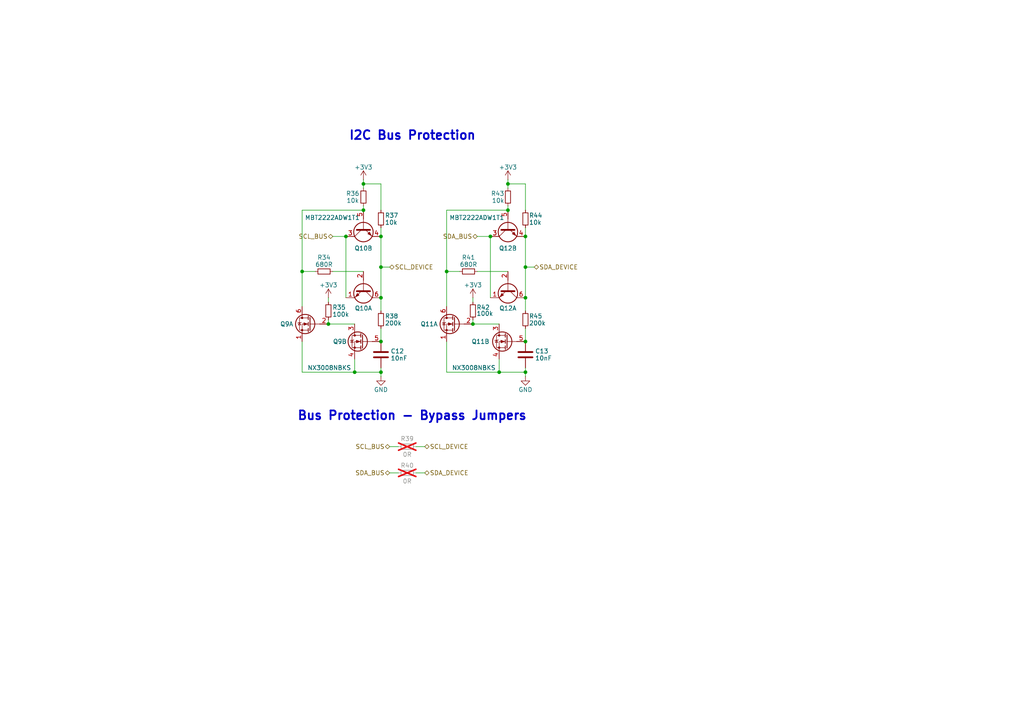
<source format=kicad_sch>
(kicad_sch
	(version 20231120)
	(generator "eeschema")
	(generator_version "8.0")
	(uuid "a609bc89-3a7a-4974-9ae1-32edff8bbf05")
	(paper "A4")
	(lib_symbols
		(symbol "Device:C"
			(pin_numbers hide)
			(pin_names
				(offset 0.254)
			)
			(exclude_from_sim no)
			(in_bom yes)
			(on_board yes)
			(property "Reference" "C"
				(at 0.635 2.54 0)
				(effects
					(font
						(size 1.27 1.27)
					)
					(justify left)
				)
			)
			(property "Value" "C"
				(at 0.635 -2.54 0)
				(effects
					(font
						(size 1.27 1.27)
					)
					(justify left)
				)
			)
			(property "Footprint" ""
				(at 0.9652 -3.81 0)
				(effects
					(font
						(size 1.27 1.27)
					)
					(hide yes)
				)
			)
			(property "Datasheet" "~"
				(at 0 0 0)
				(effects
					(font
						(size 1.27 1.27)
					)
					(hide yes)
				)
			)
			(property "Description" "Unpolarized capacitor"
				(at 0 0 0)
				(effects
					(font
						(size 1.27 1.27)
					)
					(hide yes)
				)
			)
			(property "ki_keywords" "cap capacitor"
				(at 0 0 0)
				(effects
					(font
						(size 1.27 1.27)
					)
					(hide yes)
				)
			)
			(property "ki_fp_filters" "C_*"
				(at 0 0 0)
				(effects
					(font
						(size 1.27 1.27)
					)
					(hide yes)
				)
			)
			(symbol "C_0_1"
				(polyline
					(pts
						(xy -2.032 -0.762) (xy 2.032 -0.762)
					)
					(stroke
						(width 0.508)
						(type default)
					)
					(fill
						(type none)
					)
				)
				(polyline
					(pts
						(xy -2.032 0.762) (xy 2.032 0.762)
					)
					(stroke
						(width 0.508)
						(type default)
					)
					(fill
						(type none)
					)
				)
			)
			(symbol "C_1_1"
				(pin passive line
					(at 0 3.81 270)
					(length 2.794)
					(name "~"
						(effects
							(font
								(size 1.27 1.27)
							)
						)
					)
					(number "1"
						(effects
							(font
								(size 1.27 1.27)
							)
						)
					)
				)
				(pin passive line
					(at 0 -3.81 90)
					(length 2.794)
					(name "~"
						(effects
							(font
								(size 1.27 1.27)
							)
						)
					)
					(number "2"
						(effects
							(font
								(size 1.27 1.27)
							)
						)
					)
				)
			)
		)
		(symbol "Device:Q_Dual_NMOS_S1G1D2S2G2D1"
			(pin_names
				(offset 0) hide)
			(exclude_from_sim no)
			(in_bom yes)
			(on_board yes)
			(property "Reference" "Q"
				(at 6.35 1.27 0)
				(effects
					(font
						(size 1.27 1.27)
					)
				)
			)
			(property "Value" "Q_Dual_NMOS_S1G1D2S2G2D1"
				(at 19.05 -1.27 0)
				(effects
					(font
						(size 1.27 1.27)
					)
				)
			)
			(property "Footprint" ""
				(at 5.08 0 0)
				(effects
					(font
						(size 1.27 1.27)
					)
					(hide yes)
				)
			)
			(property "Datasheet" "~"
				(at 5.08 0 0)
				(effects
					(font
						(size 1.27 1.27)
					)
					(hide yes)
				)
			)
			(property "Description" "Dual NMOS transistor, 6 pin package"
				(at 0 0 0)
				(effects
					(font
						(size 1.27 1.27)
					)
					(hide yes)
				)
			)
			(property "ki_keywords" "transistor NMOS N-MOS N-MOSFET"
				(at 0 0 0)
				(effects
					(font
						(size 1.27 1.27)
					)
					(hide yes)
				)
			)
			(property "ki_fp_filters" "TSOP* SC?70* SC?88* SOT?363*"
				(at 0 0 0)
				(effects
					(font
						(size 1.27 1.27)
					)
					(hide yes)
				)
			)
			(symbol "Q_Dual_NMOS_S1G1D2S2G2D1_0_1"
				(polyline
					(pts
						(xy 0.254 0) (xy -2.54 0)
					)
					(stroke
						(width 0)
						(type default)
					)
					(fill
						(type none)
					)
				)
				(polyline
					(pts
						(xy 0.254 1.905) (xy 0.254 -1.905)
					)
					(stroke
						(width 0.254)
						(type default)
					)
					(fill
						(type none)
					)
				)
				(polyline
					(pts
						(xy 0.762 -1.27) (xy 0.762 -2.286)
					)
					(stroke
						(width 0.254)
						(type default)
					)
					(fill
						(type none)
					)
				)
				(polyline
					(pts
						(xy 0.762 0.508) (xy 0.762 -0.508)
					)
					(stroke
						(width 0.254)
						(type default)
					)
					(fill
						(type none)
					)
				)
				(polyline
					(pts
						(xy 0.762 2.286) (xy 0.762 1.27)
					)
					(stroke
						(width 0.254)
						(type default)
					)
					(fill
						(type none)
					)
				)
				(polyline
					(pts
						(xy 2.54 2.54) (xy 2.54 1.778)
					)
					(stroke
						(width 0)
						(type default)
					)
					(fill
						(type none)
					)
				)
				(polyline
					(pts
						(xy 2.54 -2.54) (xy 2.54 0) (xy 0.762 0)
					)
					(stroke
						(width 0)
						(type default)
					)
					(fill
						(type none)
					)
				)
				(polyline
					(pts
						(xy 0.762 -1.778) (xy 3.302 -1.778) (xy 3.302 1.778) (xy 0.762 1.778)
					)
					(stroke
						(width 0)
						(type default)
					)
					(fill
						(type none)
					)
				)
				(polyline
					(pts
						(xy 1.016 0) (xy 2.032 0.381) (xy 2.032 -0.381) (xy 1.016 0)
					)
					(stroke
						(width 0)
						(type default)
					)
					(fill
						(type outline)
					)
				)
				(polyline
					(pts
						(xy 2.794 0.508) (xy 2.921 0.381) (xy 3.683 0.381) (xy 3.81 0.254)
					)
					(stroke
						(width 0)
						(type default)
					)
					(fill
						(type none)
					)
				)
				(polyline
					(pts
						(xy 3.302 0.381) (xy 2.921 -0.254) (xy 3.683 -0.254) (xy 3.302 0.381)
					)
					(stroke
						(width 0)
						(type default)
					)
					(fill
						(type none)
					)
				)
				(circle
					(center 1.651 0)
					(radius 2.794)
					(stroke
						(width 0.254)
						(type default)
					)
					(fill
						(type none)
					)
				)
				(circle
					(center 2.54 -1.778)
					(radius 0.254)
					(stroke
						(width 0)
						(type default)
					)
					(fill
						(type outline)
					)
				)
				(circle
					(center 2.54 1.778)
					(radius 0.254)
					(stroke
						(width 0)
						(type default)
					)
					(fill
						(type outline)
					)
				)
			)
			(symbol "Q_Dual_NMOS_S1G1D2S2G2D1_1_1"
				(pin passive line
					(at 2.54 -5.08 90)
					(length 2.54)
					(name "S"
						(effects
							(font
								(size 1.27 1.27)
							)
						)
					)
					(number "1"
						(effects
							(font
								(size 1.27 1.27)
							)
						)
					)
				)
				(pin input line
					(at -5.08 0 0)
					(length 2.54)
					(name "G"
						(effects
							(font
								(size 1.27 1.27)
							)
						)
					)
					(number "2"
						(effects
							(font
								(size 1.27 1.27)
							)
						)
					)
				)
				(pin passive line
					(at 2.54 5.08 270)
					(length 2.54)
					(name "D"
						(effects
							(font
								(size 1.27 1.27)
							)
						)
					)
					(number "6"
						(effects
							(font
								(size 1.27 1.27)
							)
						)
					)
				)
			)
			(symbol "Q_Dual_NMOS_S1G1D2S2G2D1_2_1"
				(pin passive line
					(at 2.54 5.08 270)
					(length 2.54)
					(name "D"
						(effects
							(font
								(size 1.27 1.27)
							)
						)
					)
					(number "3"
						(effects
							(font
								(size 1.27 1.27)
							)
						)
					)
				)
				(pin passive line
					(at 2.54 -5.08 90)
					(length 2.54)
					(name "S"
						(effects
							(font
								(size 1.27 1.27)
							)
						)
					)
					(number "4"
						(effects
							(font
								(size 1.27 1.27)
							)
						)
					)
				)
				(pin input line
					(at -5.08 0 0)
					(length 2.54)
					(name "G"
						(effects
							(font
								(size 1.27 1.27)
							)
						)
					)
					(number "5"
						(effects
							(font
								(size 1.27 1.27)
							)
						)
					)
				)
			)
		)
		(symbol "Device:R_Small"
			(pin_numbers hide)
			(pin_names
				(offset 0.254) hide)
			(exclude_from_sim no)
			(in_bom yes)
			(on_board yes)
			(property "Reference" "R"
				(at 0.762 0.508 0)
				(effects
					(font
						(size 1.27 1.27)
					)
					(justify left)
				)
			)
			(property "Value" "R_Small"
				(at 0.762 -1.016 0)
				(effects
					(font
						(size 1.27 1.27)
					)
					(justify left)
				)
			)
			(property "Footprint" ""
				(at 0 0 0)
				(effects
					(font
						(size 1.27 1.27)
					)
					(hide yes)
				)
			)
			(property "Datasheet" "~"
				(at 0 0 0)
				(effects
					(font
						(size 1.27 1.27)
					)
					(hide yes)
				)
			)
			(property "Description" "Resistor, small symbol"
				(at 0 0 0)
				(effects
					(font
						(size 1.27 1.27)
					)
					(hide yes)
				)
			)
			(property "ki_keywords" "R resistor"
				(at 0 0 0)
				(effects
					(font
						(size 1.27 1.27)
					)
					(hide yes)
				)
			)
			(property "ki_fp_filters" "R_*"
				(at 0 0 0)
				(effects
					(font
						(size 1.27 1.27)
					)
					(hide yes)
				)
			)
			(symbol "R_Small_0_1"
				(rectangle
					(start -0.762 1.778)
					(end 0.762 -1.778)
					(stroke
						(width 0.2032)
						(type default)
					)
					(fill
						(type none)
					)
				)
			)
			(symbol "R_Small_1_1"
				(pin passive line
					(at 0 2.54 270)
					(length 0.762)
					(name "~"
						(effects
							(font
								(size 1.27 1.27)
							)
						)
					)
					(number "1"
						(effects
							(font
								(size 1.27 1.27)
							)
						)
					)
				)
				(pin passive line
					(at 0 -2.54 90)
					(length 0.762)
					(name "~"
						(effects
							(font
								(size 1.27 1.27)
							)
						)
					)
					(number "2"
						(effects
							(font
								(size 1.27 1.27)
							)
						)
					)
				)
			)
		)
		(symbol "Transistor_BJT:MBT2222ADW1T1"
			(pin_names
				(offset 0) hide)
			(exclude_from_sim no)
			(in_bom yes)
			(on_board yes)
			(property "Reference" "Q"
				(at 5.08 1.27 0)
				(effects
					(font
						(size 1.27 1.27)
					)
					(justify left)
				)
			)
			(property "Value" "MBT2222ADW1T1"
				(at 5.08 -1.27 0)
				(effects
					(font
						(size 1.27 1.27)
					)
					(justify left)
				)
			)
			(property "Footprint" "Package_TO_SOT_SMD:SOT-363_SC-70-6"
				(at 5.08 2.54 0)
				(effects
					(font
						(size 1.27 1.27)
					)
					(hide yes)
				)
			)
			(property "Datasheet" "http://www.onsemi.com/pub_link/Collateral/MBT2222ADW1T1-D.PDF"
				(at 0 0 0)
				(effects
					(font
						(size 1.27 1.27)
					)
					(hide yes)
				)
			)
			(property "Description" "600mA IC, 40V Vce, Dual NPN/NPN Transistors, SOT-363"
				(at 0 0 0)
				(effects
					(font
						(size 1.27 1.27)
					)
					(hide yes)
				)
			)
			(property "ki_locked" ""
				(at 0 0 0)
				(effects
					(font
						(size 1.27 1.27)
					)
				)
			)
			(property "ki_keywords" "NPN/NPN Transistor"
				(at 0 0 0)
				(effects
					(font
						(size 1.27 1.27)
					)
					(hide yes)
				)
			)
			(property "ki_fp_filters" "SOT?363*"
				(at 0 0 0)
				(effects
					(font
						(size 1.27 1.27)
					)
					(hide yes)
				)
			)
			(symbol "MBT2222ADW1T1_0_1"
				(polyline
					(pts
						(xy 0.635 0) (xy -2.54 0)
					)
					(stroke
						(width 0)
						(type default)
					)
					(fill
						(type none)
					)
				)
				(polyline
					(pts
						(xy 0.635 0.635) (xy 2.54 2.54)
					)
					(stroke
						(width 0)
						(type default)
					)
					(fill
						(type none)
					)
				)
				(polyline
					(pts
						(xy 0.635 -0.635) (xy 2.54 -2.54) (xy 2.54 -2.54)
					)
					(stroke
						(width 0)
						(type default)
					)
					(fill
						(type none)
					)
				)
				(polyline
					(pts
						(xy 0.635 1.905) (xy 0.635 -1.905) (xy 0.635 -1.905)
					)
					(stroke
						(width 0.508)
						(type default)
					)
					(fill
						(type none)
					)
				)
				(polyline
					(pts
						(xy 1.27 -1.778) (xy 1.778 -1.27) (xy 2.286 -2.286) (xy 1.27 -1.778) (xy 1.27 -1.778)
					)
					(stroke
						(width 0)
						(type default)
					)
					(fill
						(type outline)
					)
				)
				(circle
					(center 1.27 0)
					(radius 2.8194)
					(stroke
						(width 0.254)
						(type default)
					)
					(fill
						(type none)
					)
				)
			)
			(symbol "MBT2222ADW1T1_1_1"
				(pin passive line
					(at 2.54 -5.08 90)
					(length 2.54)
					(name "E1"
						(effects
							(font
								(size 1.27 1.27)
							)
						)
					)
					(number "1"
						(effects
							(font
								(size 1.27 1.27)
							)
						)
					)
				)
				(pin input line
					(at -5.08 0 0)
					(length 2.54)
					(name "B1"
						(effects
							(font
								(size 1.27 1.27)
							)
						)
					)
					(number "2"
						(effects
							(font
								(size 1.27 1.27)
							)
						)
					)
				)
				(pin passive line
					(at 2.54 5.08 270)
					(length 2.54)
					(name "C1"
						(effects
							(font
								(size 1.27 1.27)
							)
						)
					)
					(number "6"
						(effects
							(font
								(size 1.27 1.27)
							)
						)
					)
				)
			)
			(symbol "MBT2222ADW1T1_2_1"
				(pin passive line
					(at 2.54 5.08 270)
					(length 2.54)
					(name "C2"
						(effects
							(font
								(size 1.27 1.27)
							)
						)
					)
					(number "3"
						(effects
							(font
								(size 1.27 1.27)
							)
						)
					)
				)
				(pin passive line
					(at 2.54 -5.08 90)
					(length 2.54)
					(name "E2"
						(effects
							(font
								(size 1.27 1.27)
							)
						)
					)
					(number "4"
						(effects
							(font
								(size 1.27 1.27)
							)
						)
					)
				)
				(pin input line
					(at -5.08 0 0)
					(length 2.54)
					(name "B2"
						(effects
							(font
								(size 1.27 1.27)
							)
						)
					)
					(number "5"
						(effects
							(font
								(size 1.27 1.27)
							)
						)
					)
				)
			)
		)
		(symbol "power:+3V3"
			(power)
			(pin_numbers hide)
			(pin_names
				(offset 0) hide)
			(exclude_from_sim no)
			(in_bom yes)
			(on_board yes)
			(property "Reference" "#PWR"
				(at 0 -3.81 0)
				(effects
					(font
						(size 1.27 1.27)
					)
					(hide yes)
				)
			)
			(property "Value" "+3V3"
				(at 0 3.556 0)
				(effects
					(font
						(size 1.27 1.27)
					)
				)
			)
			(property "Footprint" ""
				(at 0 0 0)
				(effects
					(font
						(size 1.27 1.27)
					)
					(hide yes)
				)
			)
			(property "Datasheet" ""
				(at 0 0 0)
				(effects
					(font
						(size 1.27 1.27)
					)
					(hide yes)
				)
			)
			(property "Description" "Power symbol creates a global label with name \"+3V3\""
				(at 0 0 0)
				(effects
					(font
						(size 1.27 1.27)
					)
					(hide yes)
				)
			)
			(property "ki_keywords" "global power"
				(at 0 0 0)
				(effects
					(font
						(size 1.27 1.27)
					)
					(hide yes)
				)
			)
			(symbol "+3V3_0_1"
				(polyline
					(pts
						(xy -0.762 1.27) (xy 0 2.54)
					)
					(stroke
						(width 0)
						(type default)
					)
					(fill
						(type none)
					)
				)
				(polyline
					(pts
						(xy 0 0) (xy 0 2.54)
					)
					(stroke
						(width 0)
						(type default)
					)
					(fill
						(type none)
					)
				)
				(polyline
					(pts
						(xy 0 2.54) (xy 0.762 1.27)
					)
					(stroke
						(width 0)
						(type default)
					)
					(fill
						(type none)
					)
				)
			)
			(symbol "+3V3_1_1"
				(pin power_in line
					(at 0 0 90)
					(length 0)
					(name "~"
						(effects
							(font
								(size 1.27 1.27)
							)
						)
					)
					(number "1"
						(effects
							(font
								(size 1.27 1.27)
							)
						)
					)
				)
			)
		)
		(symbol "power:GND"
			(power)
			(pin_numbers hide)
			(pin_names
				(offset 0) hide)
			(exclude_from_sim no)
			(in_bom yes)
			(on_board yes)
			(property "Reference" "#PWR"
				(at 0 -6.35 0)
				(effects
					(font
						(size 1.27 1.27)
					)
					(hide yes)
				)
			)
			(property "Value" "GND"
				(at 0 -3.81 0)
				(effects
					(font
						(size 1.27 1.27)
					)
				)
			)
			(property "Footprint" ""
				(at 0 0 0)
				(effects
					(font
						(size 1.27 1.27)
					)
					(hide yes)
				)
			)
			(property "Datasheet" ""
				(at 0 0 0)
				(effects
					(font
						(size 1.27 1.27)
					)
					(hide yes)
				)
			)
			(property "Description" "Power symbol creates a global label with name \"GND\" , ground"
				(at 0 0 0)
				(effects
					(font
						(size 1.27 1.27)
					)
					(hide yes)
				)
			)
			(property "ki_keywords" "global power"
				(at 0 0 0)
				(effects
					(font
						(size 1.27 1.27)
					)
					(hide yes)
				)
			)
			(symbol "GND_0_1"
				(polyline
					(pts
						(xy 0 0) (xy 0 -1.27) (xy 1.27 -1.27) (xy 0 -2.54) (xy -1.27 -1.27) (xy 0 -1.27)
					)
					(stroke
						(width 0)
						(type default)
					)
					(fill
						(type none)
					)
				)
			)
			(symbol "GND_1_1"
				(pin power_in line
					(at 0 0 270)
					(length 0)
					(name "~"
						(effects
							(font
								(size 1.27 1.27)
							)
						)
					)
					(number "1"
						(effects
							(font
								(size 1.27 1.27)
							)
						)
					)
				)
			)
		)
	)
	(junction
		(at 100.33 68.58)
		(diameter 0)
		(color 0 0 0 0)
		(uuid "12708fe8-2402-495e-affa-0353f32c4245")
	)
	(junction
		(at 110.49 68.58)
		(diameter 0)
		(color 0 0 0 0)
		(uuid "217b34e7-3ce5-44db-b250-fede475ad8b6")
	)
	(junction
		(at 152.4 107.95)
		(diameter 0)
		(color 0 0 0 0)
		(uuid "27a809fb-4a5a-4ca5-93d0-2fa7c5384c28")
	)
	(junction
		(at 147.32 53.34)
		(diameter 0)
		(color 0 0 0 0)
		(uuid "342b87dc-2e98-4ac2-8335-f9b1ee4e0eef")
	)
	(junction
		(at 142.24 68.58)
		(diameter 0)
		(color 0 0 0 0)
		(uuid "5bba7ac7-4f1e-4bdf-923e-c7546da625bd")
	)
	(junction
		(at 152.4 99.06)
		(diameter 0)
		(color 0 0 0 0)
		(uuid "6d4d6e5e-2757-45fa-9eb8-793936a3d93a")
	)
	(junction
		(at 110.49 107.95)
		(diameter 0)
		(color 0 0 0 0)
		(uuid "7591541c-eee1-479e-9b10-873709ce223d")
	)
	(junction
		(at 95.25 93.98)
		(diameter 0)
		(color 0 0 0 0)
		(uuid "82c95dcb-e303-4b9c-9bc9-dbc96a08f878")
	)
	(junction
		(at 137.16 93.98)
		(diameter 0)
		(color 0 0 0 0)
		(uuid "84d5265b-54a4-413f-b57c-9a58b297b005")
	)
	(junction
		(at 110.49 77.47)
		(diameter 0)
		(color 0 0 0 0)
		(uuid "85114386-8ecb-495b-acad-560f06bbeffb")
	)
	(junction
		(at 152.4 77.47)
		(diameter 0)
		(color 0 0 0 0)
		(uuid "8d28a9cf-4cac-4243-a01f-fc3a5d8a9e9b")
	)
	(junction
		(at 147.32 60.96)
		(diameter 0)
		(color 0 0 0 0)
		(uuid "90adaa7b-a485-4e4e-b975-1cbaa7905ae5")
	)
	(junction
		(at 152.4 68.58)
		(diameter 0)
		(color 0 0 0 0)
		(uuid "990fdb2e-8970-49f7-a4bc-8c53dca0701d")
	)
	(junction
		(at 144.78 107.95)
		(diameter 0)
		(color 0 0 0 0)
		(uuid "b6ab378e-64f9-4f2b-be2e-4af56d6e5304")
	)
	(junction
		(at 110.49 99.06)
		(diameter 0)
		(color 0 0 0 0)
		(uuid "b8fe1e1a-c14f-43d9-9f68-c8b67abc3227")
	)
	(junction
		(at 102.87 107.95)
		(diameter 0)
		(color 0 0 0 0)
		(uuid "d73fc3a1-5420-4975-9783-c88d9184d030")
	)
	(junction
		(at 105.41 53.34)
		(diameter 0)
		(color 0 0 0 0)
		(uuid "d9c995b6-7b1d-42f4-b08f-3cbc9fdffa27")
	)
	(junction
		(at 152.4 86.36)
		(diameter 0)
		(color 0 0 0 0)
		(uuid "e0ef940d-fdca-4b6c-8409-542590274f62")
	)
	(junction
		(at 110.49 86.36)
		(diameter 0)
		(color 0 0 0 0)
		(uuid "e5568208-70d8-4281-a54b-ef7e2810db2c")
	)
	(junction
		(at 87.63 78.74)
		(diameter 0)
		(color 0 0 0 0)
		(uuid "e7f5d990-52a6-496b-8cc5-04ec9d78f524")
	)
	(junction
		(at 105.41 60.96)
		(diameter 0)
		(color 0 0 0 0)
		(uuid "ea43a270-9378-4265-985e-8431e2e559b9")
	)
	(junction
		(at 129.54 78.74)
		(diameter 0)
		(color 0 0 0 0)
		(uuid "f7fc09b1-22ee-40dc-9164-386888148a5b")
	)
	(wire
		(pts
			(xy 152.4 107.95) (xy 152.4 106.68)
		)
		(stroke
			(width 0)
			(type default)
		)
		(uuid "00ae36a0-12d4-4305-ad80-2a76126e977d")
	)
	(wire
		(pts
			(xy 120.65 129.54) (xy 123.19 129.54)
		)
		(stroke
			(width 0)
			(type default)
		)
		(uuid "02faeea9-c479-4574-a076-886519bac030")
	)
	(wire
		(pts
			(xy 87.63 60.96) (xy 105.41 60.96)
		)
		(stroke
			(width 0)
			(type default)
		)
		(uuid "03f4e451-692a-4e7e-8ef1-b787f14f8aaf")
	)
	(wire
		(pts
			(xy 100.33 68.58) (xy 100.33 86.36)
		)
		(stroke
			(width 0)
			(type default)
		)
		(uuid "083a9cab-4842-4533-9f7f-6f1fde2e7bad")
	)
	(wire
		(pts
			(xy 129.54 88.9) (xy 129.54 78.74)
		)
		(stroke
			(width 0)
			(type default)
		)
		(uuid "1d7595b0-dc8f-4d83-8d9c-162619b95842")
	)
	(wire
		(pts
			(xy 152.4 86.36) (xy 152.4 90.17)
		)
		(stroke
			(width 0)
			(type default)
		)
		(uuid "1eb9669c-c148-4408-8ec3-fecfe77c8212")
	)
	(wire
		(pts
			(xy 110.49 107.95) (xy 110.49 106.68)
		)
		(stroke
			(width 0)
			(type default)
		)
		(uuid "214c6f71-1d60-42dc-9039-43453f13d0f6")
	)
	(wire
		(pts
			(xy 129.54 107.95) (xy 144.78 107.95)
		)
		(stroke
			(width 0)
			(type default)
		)
		(uuid "22f684b0-7ac6-4071-9c64-b39fdc9c6ae4")
	)
	(wire
		(pts
			(xy 113.03 129.54) (xy 115.57 129.54)
		)
		(stroke
			(width 0)
			(type default)
		)
		(uuid "2cd28a07-b830-40db-a408-c5df8737fec1")
	)
	(wire
		(pts
			(xy 110.49 66.04) (xy 110.49 68.58)
		)
		(stroke
			(width 0)
			(type default)
		)
		(uuid "329c64d6-c661-4b6e-af5d-356d30d18d70")
	)
	(wire
		(pts
			(xy 147.32 53.34) (xy 147.32 54.61)
		)
		(stroke
			(width 0)
			(type default)
		)
		(uuid "35bbffc4-d2ee-47ad-9b8c-38206ed72f08")
	)
	(wire
		(pts
			(xy 95.25 86.36) (xy 95.25 87.63)
		)
		(stroke
			(width 0)
			(type default)
		)
		(uuid "3cd7c627-fa7d-430c-a45d-561b04071d61")
	)
	(wire
		(pts
			(xy 137.16 93.98) (xy 144.78 93.98)
		)
		(stroke
			(width 0)
			(type default)
		)
		(uuid "3e76257d-258b-4654-b9e0-7eb2f7350568")
	)
	(wire
		(pts
			(xy 96.52 78.74) (xy 105.41 78.74)
		)
		(stroke
			(width 0)
			(type default)
		)
		(uuid "47492a74-daab-4b65-be7d-56bc86ee65c6")
	)
	(wire
		(pts
			(xy 87.63 78.74) (xy 87.63 60.96)
		)
		(stroke
			(width 0)
			(type default)
		)
		(uuid "4da1fdf8-2a3f-4b40-b6d8-e24ef64f0349")
	)
	(wire
		(pts
			(xy 152.4 66.04) (xy 152.4 68.58)
		)
		(stroke
			(width 0)
			(type default)
		)
		(uuid "5435fbcc-a004-4843-a39b-cfba0949c12e")
	)
	(wire
		(pts
			(xy 154.94 77.47) (xy 152.4 77.47)
		)
		(stroke
			(width 0)
			(type default)
		)
		(uuid "57f13795-99f0-4fbb-8c49-2621c15d55f7")
	)
	(wire
		(pts
			(xy 152.4 77.47) (xy 152.4 68.58)
		)
		(stroke
			(width 0)
			(type default)
		)
		(uuid "590d002f-5e7e-42ca-a089-86c1ce6b7303")
	)
	(wire
		(pts
			(xy 120.65 137.16) (xy 123.19 137.16)
		)
		(stroke
			(width 0)
			(type default)
		)
		(uuid "591e7f55-be58-4211-bdcc-6ed221b96d75")
	)
	(wire
		(pts
			(xy 102.87 104.14) (xy 102.87 107.95)
		)
		(stroke
			(width 0)
			(type default)
		)
		(uuid "59625cdf-3588-486d-a00e-e97fed6aa397")
	)
	(wire
		(pts
			(xy 110.49 109.22) (xy 110.49 107.95)
		)
		(stroke
			(width 0)
			(type default)
		)
		(uuid "5a34417a-1013-4661-98e8-d4cde9cfc9e8")
	)
	(wire
		(pts
			(xy 152.4 53.34) (xy 147.32 53.34)
		)
		(stroke
			(width 0)
			(type default)
		)
		(uuid "6082994b-6131-492f-8bb8-1fd6202196c0")
	)
	(wire
		(pts
			(xy 113.03 137.16) (xy 115.57 137.16)
		)
		(stroke
			(width 0)
			(type default)
		)
		(uuid "6c5b1e28-e7c6-4abe-ac3b-04fa80e58887")
	)
	(wire
		(pts
			(xy 87.63 99.06) (xy 87.63 107.95)
		)
		(stroke
			(width 0)
			(type default)
		)
		(uuid "6e2fe69b-bee1-4e29-8dc2-f75ca85b9e48")
	)
	(wire
		(pts
			(xy 129.54 99.06) (xy 129.54 107.95)
		)
		(stroke
			(width 0)
			(type default)
		)
		(uuid "702c6151-dddd-46c7-be05-8614c619d85d")
	)
	(wire
		(pts
			(xy 87.63 88.9) (xy 87.63 78.74)
		)
		(stroke
			(width 0)
			(type default)
		)
		(uuid "71261099-b937-4f28-81dd-22474d4e1567")
	)
	(wire
		(pts
			(xy 87.63 107.95) (xy 102.87 107.95)
		)
		(stroke
			(width 0)
			(type default)
		)
		(uuid "71ff9dc7-27ba-4b62-9fc3-70c346de6a92")
	)
	(wire
		(pts
			(xy 102.87 107.95) (xy 110.49 107.95)
		)
		(stroke
			(width 0)
			(type default)
		)
		(uuid "74a15bc0-ea59-4e62-9b08-ad5ff5b3d8fe")
	)
	(wire
		(pts
			(xy 144.78 104.14) (xy 144.78 107.95)
		)
		(stroke
			(width 0)
			(type default)
		)
		(uuid "7b267b3e-c2f4-4afc-b262-85ea3d6dc4c7")
	)
	(wire
		(pts
			(xy 105.41 52.07) (xy 105.41 53.34)
		)
		(stroke
			(width 0)
			(type default)
		)
		(uuid "7e89c55f-6467-4113-86c7-a2284b0d15a0")
	)
	(wire
		(pts
			(xy 147.32 59.69) (xy 147.32 60.96)
		)
		(stroke
			(width 0)
			(type default)
		)
		(uuid "a13100d6-4d85-4621-8a14-ebddb39c3107")
	)
	(wire
		(pts
			(xy 138.43 68.58) (xy 142.24 68.58)
		)
		(stroke
			(width 0)
			(type default)
		)
		(uuid "a15ab5e6-20da-40d1-ad98-9b0bb92108e3")
	)
	(wire
		(pts
			(xy 129.54 78.74) (xy 133.35 78.74)
		)
		(stroke
			(width 0)
			(type default)
		)
		(uuid "a2ad1cc3-4d00-4160-b021-b4d669c4fdbb")
	)
	(wire
		(pts
			(xy 152.4 86.36) (xy 152.4 77.47)
		)
		(stroke
			(width 0)
			(type default)
		)
		(uuid "a616b7d0-3ec8-4d4a-b40f-7659a4b01d4e")
	)
	(wire
		(pts
			(xy 87.63 78.74) (xy 91.44 78.74)
		)
		(stroke
			(width 0)
			(type default)
		)
		(uuid "aa1e5c55-bbaf-4794-9b05-b7abdcdb95dc")
	)
	(wire
		(pts
			(xy 105.41 59.69) (xy 105.41 60.96)
		)
		(stroke
			(width 0)
			(type default)
		)
		(uuid "aab2d2d6-0416-420c-b25b-9176320172a8")
	)
	(wire
		(pts
			(xy 96.52 68.58) (xy 100.33 68.58)
		)
		(stroke
			(width 0)
			(type default)
		)
		(uuid "aae143fa-a9da-4f0f-b877-766798d60499")
	)
	(wire
		(pts
			(xy 129.54 78.74) (xy 129.54 60.96)
		)
		(stroke
			(width 0)
			(type default)
		)
		(uuid "b1779fa7-0d57-4fa7-94f6-1505e208cc7b")
	)
	(wire
		(pts
			(xy 147.32 52.07) (xy 147.32 53.34)
		)
		(stroke
			(width 0)
			(type default)
		)
		(uuid "b432526b-4bd1-40b0-8343-b947df8f0576")
	)
	(wire
		(pts
			(xy 152.4 109.22) (xy 152.4 107.95)
		)
		(stroke
			(width 0)
			(type default)
		)
		(uuid "b5dcca51-b9da-4cc6-a0b3-d1251abac3fc")
	)
	(wire
		(pts
			(xy 110.49 86.36) (xy 110.49 90.17)
		)
		(stroke
			(width 0)
			(type default)
		)
		(uuid "bcd1e230-63d4-4f89-9011-f561e0d27a26")
	)
	(wire
		(pts
			(xy 129.54 60.96) (xy 147.32 60.96)
		)
		(stroke
			(width 0)
			(type default)
		)
		(uuid "bf4cd0e9-7db4-4e1a-b028-33af060da378")
	)
	(wire
		(pts
			(xy 113.03 77.47) (xy 110.49 77.47)
		)
		(stroke
			(width 0)
			(type default)
		)
		(uuid "bf642b05-c9e9-42f6-8853-8530fdd2daef")
	)
	(wire
		(pts
			(xy 152.4 53.34) (xy 152.4 60.96)
		)
		(stroke
			(width 0)
			(type default)
		)
		(uuid "c004c637-4b10-44d9-aacf-5f002a983a01")
	)
	(wire
		(pts
			(xy 137.16 92.71) (xy 137.16 93.98)
		)
		(stroke
			(width 0)
			(type default)
		)
		(uuid "cada1645-77b2-43b6-bfcd-7c2809809b41")
	)
	(wire
		(pts
			(xy 144.78 107.95) (xy 152.4 107.95)
		)
		(stroke
			(width 0)
			(type default)
		)
		(uuid "cd37a16e-cd2f-482d-82fd-7e75aaa007f3")
	)
	(wire
		(pts
			(xy 95.25 93.98) (xy 102.87 93.98)
		)
		(stroke
			(width 0)
			(type default)
		)
		(uuid "d2d5f996-7939-4f52-86b5-02fc32bce0a8")
	)
	(wire
		(pts
			(xy 142.24 68.58) (xy 142.24 86.36)
		)
		(stroke
			(width 0)
			(type default)
		)
		(uuid "d58c2e1c-6a7c-49b3-9ca7-a736b3038ba4")
	)
	(wire
		(pts
			(xy 105.41 53.34) (xy 105.41 54.61)
		)
		(stroke
			(width 0)
			(type default)
		)
		(uuid "db881d80-7e1d-4a38-8a1b-7b223a46611f")
	)
	(wire
		(pts
			(xy 110.49 95.25) (xy 110.49 99.06)
		)
		(stroke
			(width 0)
			(type default)
		)
		(uuid "e5467a5a-8376-4ad1-91f5-a538ef5fdb8e")
	)
	(wire
		(pts
			(xy 110.49 77.47) (xy 110.49 68.58)
		)
		(stroke
			(width 0)
			(type default)
		)
		(uuid "e78d559d-a6c3-461e-b608-15c4f24a5c0c")
	)
	(wire
		(pts
			(xy 110.49 53.34) (xy 110.49 60.96)
		)
		(stroke
			(width 0)
			(type default)
		)
		(uuid "e98cce26-a2b5-481d-a06b-8a18ed36483c")
	)
	(wire
		(pts
			(xy 105.41 53.34) (xy 110.49 53.34)
		)
		(stroke
			(width 0)
			(type default)
		)
		(uuid "edc697ab-7d06-4efe-9f44-c09648e1157a")
	)
	(wire
		(pts
			(xy 110.49 86.36) (xy 110.49 77.47)
		)
		(stroke
			(width 0)
			(type default)
		)
		(uuid "ee80cb1c-0f36-40d5-b50d-32403dbe0f71")
	)
	(wire
		(pts
			(xy 152.4 95.25) (xy 152.4 99.06)
		)
		(stroke
			(width 0)
			(type default)
		)
		(uuid "f2b1dea8-ac42-4f09-812a-2c2d2d9244a3")
	)
	(wire
		(pts
			(xy 137.16 86.36) (xy 137.16 87.63)
		)
		(stroke
			(width 0)
			(type default)
		)
		(uuid "f3f0d6e2-1007-4006-9130-b1a259a512a8")
	)
	(wire
		(pts
			(xy 138.43 78.74) (xy 147.32 78.74)
		)
		(stroke
			(width 0)
			(type default)
		)
		(uuid "fcb67c08-78a8-4a08-9782-ce72fa7fe553")
	)
	(wire
		(pts
			(xy 95.25 92.71) (xy 95.25 93.98)
		)
		(stroke
			(width 0)
			(type default)
		)
		(uuid "fda08cea-dda7-42ea-97ff-95c8167da5fa")
	)
	(text "Bus Protection - Bypass Jumpers"
		(exclude_from_sim no)
		(at 86.106 122.174 0)
		(effects
			(font
				(size 2.54 2.54)
				(thickness 0.508)
				(bold yes)
			)
			(justify left bottom)
		)
		(uuid "6c08c075-fdb4-4342-a630-c11b09464245")
	)
	(text "I2C Bus Protection"
		(exclude_from_sim no)
		(at 101.092 40.894 0)
		(effects
			(font
				(size 2.54 2.54)
				(thickness 0.508)
				(bold yes)
			)
			(justify left bottom)
		)
		(uuid "b5aff607-7848-48a8-99f2-a0c1f1dadf53")
	)
	(hierarchical_label "SCL_DEVICE"
		(shape bidirectional)
		(at 123.19 129.54 0)
		(effects
			(font
				(size 1.27 1.27)
			)
			(justify left)
		)
		(uuid "16378c45-c4b8-4f1b-92fc-a7a3b8c1854e")
	)
	(hierarchical_label "SDA_BUS"
		(shape bidirectional)
		(at 138.43 68.58 180)
		(effects
			(font
				(size 1.27 1.27)
			)
			(justify right)
		)
		(uuid "308fafbb-6b9e-48fa-8ceb-cb8538ddf1b4")
	)
	(hierarchical_label "SDA_BUS"
		(shape bidirectional)
		(at 113.03 137.16 180)
		(effects
			(font
				(size 1.27 1.27)
			)
			(justify right)
		)
		(uuid "351ae642-f4d2-4875-a26b-89c4cf597aef")
	)
	(hierarchical_label "SCL_DEVICE"
		(shape bidirectional)
		(at 113.03 77.47 0)
		(effects
			(font
				(size 1.27 1.27)
			)
			(justify left)
		)
		(uuid "3644f8b9-aefe-4737-9ba0-25c9dd583109")
	)
	(hierarchical_label "SCL_BUS"
		(shape bidirectional)
		(at 113.03 129.54 180)
		(effects
			(font
				(size 1.27 1.27)
			)
			(justify right)
		)
		(uuid "56e83c1d-2a8a-4d30-97ff-91e8aefbb1e6")
	)
	(hierarchical_label "SCL_BUS"
		(shape bidirectional)
		(at 96.52 68.58 180)
		(effects
			(font
				(size 1.27 1.27)
			)
			(justify right)
		)
		(uuid "57ea18aa-b314-45a5-842b-bca95987d7c3")
	)
	(hierarchical_label "SDA_DEVICE"
		(shape bidirectional)
		(at 123.19 137.16 0)
		(effects
			(font
				(size 1.27 1.27)
			)
			(justify left)
		)
		(uuid "a2bfc4cf-e422-4919-a5b9-5645048042b7")
	)
	(hierarchical_label "SDA_DEVICE"
		(shape bidirectional)
		(at 154.94 77.47 0)
		(effects
			(font
				(size 1.27 1.27)
			)
			(justify left)
		)
		(uuid "abc08e68-4f56-4118-9825-786f937a56a5")
	)
	(symbol
		(lib_id "Transistor_BJT:MBT2222ADW1T1")
		(at 105.41 83.82 270)
		(unit 1)
		(exclude_from_sim no)
		(in_bom yes)
		(on_board yes)
		(dnp no)
		(uuid "0824fc18-2cf2-43f5-8f57-3150cac8c053")
		(property "Reference" "Q10"
			(at 105.41 89.408 90)
			(effects
				(font
					(size 1.27 1.27)
				)
			)
		)
		(property "Value" "MBT2222ADW1T1"
			(at 105.41 92.1004 90)
			(effects
				(font
					(size 1.27 1.27)
				)
				(hide yes)
			)
		)
		(property "Footprint" "Package_TO_SOT_SMD:SOT-363_SC-70-6"
			(at 107.95 88.9 0)
			(effects
				(font
					(size 1.27 1.27)
				)
				(hide yes)
			)
		)
		(property "Datasheet" "http://www.onsemi.com/pub_link/Collateral/MBT2222ADW1T1-D.PDF"
			(at 105.41 83.82 0)
			(effects
				(font
					(size 1.27 1.27)
				)
				(hide yes)
			)
		)
		(property "Description" "600mA IC, 40V Vce, Dual NPN/NPN Transistors, SOT-363"
			(at 105.41 83.82 0)
			(effects
				(font
					(size 1.27 1.27)
				)
				(hide yes)
			)
		)
		(property "Flight" "MBT2222ADW1T1G"
			(at 105.41 83.82 0)
			(effects
				(font
					(size 1.27 1.27)
				)
				(hide yes)
			)
		)
		(property "Manufacturer_Name" "ON Semiconductor"
			(at 105.41 83.82 0)
			(effects
				(font
					(size 1.27 1.27)
				)
				(hide yes)
			)
		)
		(property "Manufacturer_Part_Number" "MBT2222ADW1T1G"
			(at 107.95 89.8144 0)
			(effects
				(font
					(size 1.27 1.27)
				)
				(hide yes)
			)
		)
		(property "Proto" "MBT2222ADW1T1G"
			(at 105.41 83.82 0)
			(effects
				(font
					(size 1.27 1.27)
				)
				(hide yes)
			)
		)
		(pin "1"
			(uuid "987a87ce-bcb2-4905-805b-f61f5b0ea3f1")
		)
		(pin "2"
			(uuid "bf9ecd67-8872-4890-8be2-be49f9fa2bb8")
		)
		(pin "6"
			(uuid "94213648-f17b-4eb0-9bee-585621aa8896")
		)
		(pin "3"
			(uuid "b1157be3-e726-4e76-92b3-6da9b74ad19d")
		)
		(pin "4"
			(uuid "f3a55c8e-e6a7-46d9-8bf2-921f42a131d5")
		)
		(pin "5"
			(uuid "10fc518a-e059-49d4-b7e4-491c10b0856b")
		)
		(instances
			(project "Avionics-RWboard"
				(path "/833dc880-24c2-430b-8cf7-cc984eb87a9d/a3f3b3cb-ad78-4c13-ba45-eb5d7efe511d/03592b94-aaf0-4d3f-8838-edfcf6e469cb"
					(reference "Q10")
					(unit 1)
				)
			)
		)
	)
	(symbol
		(lib_id "Device:C")
		(at 110.49 102.87 0)
		(unit 1)
		(exclude_from_sim no)
		(in_bom yes)
		(on_board yes)
		(dnp no)
		(uuid "179f2d23-ced1-457e-8d76-27d8cfa37c84")
		(property "Reference" "C12"
			(at 113.284 101.854 0)
			(effects
				(font
					(size 1.27 1.27)
				)
				(justify left)
			)
		)
		(property "Value" "10nF"
			(at 113.284 103.9114 0)
			(effects
				(font
					(size 1.27 1.27)
				)
				(justify left)
			)
		)
		(property "Footprint" "Capacitor_SMD:C_0603_1608Metric"
			(at 111.4552 106.68 0)
			(effects
				(font
					(size 1.27 1.27)
				)
				(hide yes)
			)
		)
		(property "Datasheet" "~"
			(at 110.49 102.87 0)
			(effects
				(font
					(size 1.27 1.27)
				)
				(hide yes)
			)
		)
		(property "Description" "Unpolarized capacitor"
			(at 110.49 102.87 0)
			(effects
				(font
					(size 1.27 1.27)
				)
				(hide yes)
			)
		)
		(pin "1"
			(uuid "35dab03b-e6d6-4b0d-9a21-a7a678a7bedf")
		)
		(pin "2"
			(uuid "6009e5f8-b25f-4daa-ac63-b1d34e551c02")
		)
		(instances
			(project "Avionics-RWboard"
				(path "/833dc880-24c2-430b-8cf7-cc984eb87a9d/a3f3b3cb-ad78-4c13-ba45-eb5d7efe511d/03592b94-aaf0-4d3f-8838-edfcf6e469cb"
					(reference "C12")
					(unit 1)
				)
			)
		)
	)
	(symbol
		(lib_id "Device:R_Small")
		(at 152.4 92.71 0)
		(unit 1)
		(exclude_from_sim no)
		(in_bom yes)
		(on_board yes)
		(dnp no)
		(uuid "18bae5cb-5183-492f-a0d3-bf34cc98224d")
		(property "Reference" "R45"
			(at 153.416 91.694 0)
			(effects
				(font
					(size 1.27 1.27)
				)
				(justify left)
			)
		)
		(property "Value" "200k"
			(at 153.416 93.726 0)
			(effects
				(font
					(size 1.27 1.27)
				)
				(justify left)
			)
		)
		(property "Footprint" "Resistor_SMD:R_0603_1608Metric"
			(at 152.4 92.71 0)
			(effects
				(font
					(size 1.27 1.27)
				)
				(hide yes)
			)
		)
		(property "Datasheet" "~"
			(at 152.4 92.71 0)
			(effects
				(font
					(size 1.27 1.27)
				)
				(hide yes)
			)
		)
		(property "Description" "Resistor, small symbol"
			(at 152.4 92.71 0)
			(effects
				(font
					(size 1.27 1.27)
				)
				(hide yes)
			)
		)
		(pin "1"
			(uuid "0b9abbc1-5d6c-4cfd-bd78-dece35957eaa")
		)
		(pin "2"
			(uuid "1b82fad6-096e-424c-a3e8-a68e77aa4566")
		)
		(instances
			(project "Avionics-RWboard"
				(path "/833dc880-24c2-430b-8cf7-cc984eb87a9d/a3f3b3cb-ad78-4c13-ba45-eb5d7efe511d/03592b94-aaf0-4d3f-8838-edfcf6e469cb"
					(reference "R45")
					(unit 1)
				)
			)
		)
	)
	(symbol
		(lib_id "Device:R_Small")
		(at 118.11 137.16 270)
		(unit 1)
		(exclude_from_sim no)
		(in_bom yes)
		(on_board yes)
		(dnp yes)
		(uuid "1a13e8e0-c7d7-447c-89cc-18e1dadfd805")
		(property "Reference" "R40"
			(at 118.11 135.001 90)
			(effects
				(font
					(size 1.27 1.27)
				)
			)
		)
		(property "Value" "0R"
			(at 118.11 139.573 90)
			(effects
				(font
					(size 1.27 1.27)
				)
			)
		)
		(property "Footprint" "Resistor_SMD:R_0603_1608Metric"
			(at 118.11 137.16 0)
			(effects
				(font
					(size 1.27 1.27)
				)
				(hide yes)
			)
		)
		(property "Datasheet" "~"
			(at 118.11 137.16 0)
			(effects
				(font
					(size 1.27 1.27)
				)
				(hide yes)
			)
		)
		(property "Description" "Resistor, small symbol"
			(at 118.11 137.16 0)
			(effects
				(font
					(size 1.27 1.27)
				)
				(hide yes)
			)
		)
		(property "DNI" "DNI"
			(at 118.11 139.192 90)
			(effects
				(font
					(size 1.27 1.27)
				)
				(hide yes)
			)
		)
		(pin "1"
			(uuid "8fd69d96-0d79-4127-83ca-fcc012bd0d9b")
		)
		(pin "2"
			(uuid "9070b2c1-b433-477a-aeff-4c1c6398c18c")
		)
		(instances
			(project "Avionics-RWboard"
				(path "/833dc880-24c2-430b-8cf7-cc984eb87a9d/a3f3b3cb-ad78-4c13-ba45-eb5d7efe511d/03592b94-aaf0-4d3f-8838-edfcf6e469cb"
					(reference "R40")
					(unit 1)
				)
			)
		)
	)
	(symbol
		(lib_id "Transistor_BJT:MBT2222ADW1T1")
		(at 105.41 66.04 90)
		(mirror x)
		(unit 2)
		(exclude_from_sim no)
		(in_bom yes)
		(on_board yes)
		(dnp no)
		(uuid "1afac053-ddd7-4a9c-a04a-89dd636129c7")
		(property "Reference" "Q10"
			(at 105.41 72.009 90)
			(effects
				(font
					(size 1.27 1.27)
				)
			)
		)
		(property "Value" "MBT2222ADW1T1"
			(at 96.393 63.119 90)
			(effects
				(font
					(size 1.27 1.27)
				)
			)
		)
		(property "Footprint" "Package_TO_SOT_SMD:SOT-363_SC-70-6"
			(at 102.87 71.12 0)
			(effects
				(font
					(size 1.27 1.27)
				)
				(hide yes)
			)
		)
		(property "Datasheet" "http://www.onsemi.com/pub_link/Collateral/MBT2222ADW1T1-D.PDF"
			(at 105.41 66.04 0)
			(effects
				(font
					(size 1.27 1.27)
				)
				(hide yes)
			)
		)
		(property "Description" "600mA IC, 40V Vce, Dual NPN/NPN Transistors, SOT-363"
			(at 105.41 66.04 0)
			(effects
				(font
					(size 1.27 1.27)
				)
				(hide yes)
			)
		)
		(property "Flight" "MBT2222ADW1T1G"
			(at 105.41 66.04 0)
			(effects
				(font
					(size 1.27 1.27)
				)
				(hide yes)
			)
		)
		(property "Manufacturer_Name" "ON Semiconductor"
			(at 105.41 66.04 0)
			(effects
				(font
					(size 1.27 1.27)
				)
				(hide yes)
			)
		)
		(property "Manufacturer_Part_Number" "MBT2222ADW1T1G"
			(at 102.87 72.009 0)
			(effects
				(font
					(size 1.27 1.27)
				)
				(hide yes)
			)
		)
		(property "Proto" "MBT2222ADW1T1G"
			(at 105.41 66.04 0)
			(effects
				(font
					(size 1.27 1.27)
				)
				(hide yes)
			)
		)
		(pin "1"
			(uuid "ff55ad30-7151-4fcd-9661-cca266c41bb7")
		)
		(pin "2"
			(uuid "0e63b8f7-4ee5-4011-b5e4-378c9326accd")
		)
		(pin "6"
			(uuid "57444f81-9a1a-4b0a-86fb-38585ca8f3c0")
		)
		(pin "3"
			(uuid "51a41bf2-c3aa-4610-88c5-f881b60f7b2b")
		)
		(pin "4"
			(uuid "e2d16419-ee11-4c90-a38a-5eabc903c385")
		)
		(pin "5"
			(uuid "df0acc69-b7ee-4ca2-93a4-79f69ce7d273")
		)
		(instances
			(project "Avionics-RWboard"
				(path "/833dc880-24c2-430b-8cf7-cc984eb87a9d/a3f3b3cb-ad78-4c13-ba45-eb5d7efe511d/03592b94-aaf0-4d3f-8838-edfcf6e469cb"
					(reference "Q10")
					(unit 2)
				)
			)
		)
	)
	(symbol
		(lib_id "Device:R_Small")
		(at 95.25 90.17 0)
		(unit 1)
		(exclude_from_sim no)
		(in_bom yes)
		(on_board yes)
		(dnp no)
		(uuid "1e318054-04a4-48a4-82a6-eac39285e536")
		(property "Reference" "R35"
			(at 96.393 89.154 0)
			(effects
				(font
					(size 1.27 1.27)
				)
				(justify left)
			)
		)
		(property "Value" "100k"
			(at 96.393 91.186 0)
			(effects
				(font
					(size 1.27 1.27)
				)
				(justify left)
			)
		)
		(property "Footprint" "Resistor_SMD:R_0603_1608Metric"
			(at 95.25 90.17 0)
			(effects
				(font
					(size 1.27 1.27)
				)
				(hide yes)
			)
		)
		(property "Datasheet" "~"
			(at 95.25 90.17 0)
			(effects
				(font
					(size 1.27 1.27)
				)
				(hide yes)
			)
		)
		(property "Description" "Resistor, small symbol"
			(at 95.25 90.17 0)
			(effects
				(font
					(size 1.27 1.27)
				)
				(hide yes)
			)
		)
		(pin "1"
			(uuid "d3ccc049-1601-4f91-aba7-5cc463c3be89")
		)
		(pin "2"
			(uuid "3961148a-3d9e-4d70-825b-ecb2383a43f9")
		)
		(instances
			(project "Avionics-RWboard"
				(path "/833dc880-24c2-430b-8cf7-cc984eb87a9d/a3f3b3cb-ad78-4c13-ba45-eb5d7efe511d/03592b94-aaf0-4d3f-8838-edfcf6e469cb"
					(reference "R35")
					(unit 1)
				)
			)
		)
	)
	(symbol
		(lib_id "Device:R_Small")
		(at 118.11 129.54 270)
		(unit 1)
		(exclude_from_sim no)
		(in_bom yes)
		(on_board yes)
		(dnp yes)
		(uuid "304e9f47-181b-48cd-a0fb-4337f602228f")
		(property "Reference" "R39"
			(at 118.11 127.254 90)
			(effects
				(font
					(size 1.27 1.27)
				)
			)
		)
		(property "Value" "0R"
			(at 118.11 131.826 90)
			(effects
				(font
					(size 1.27 1.27)
				)
			)
		)
		(property "Footprint" "Resistor_SMD:R_0603_1608Metric"
			(at 118.11 129.54 0)
			(effects
				(font
					(size 1.27 1.27)
				)
				(hide yes)
			)
		)
		(property "Datasheet" "~"
			(at 118.11 129.54 0)
			(effects
				(font
					(size 1.27 1.27)
				)
				(hide yes)
			)
		)
		(property "Description" "Resistor, small symbol"
			(at 118.11 129.54 0)
			(effects
				(font
					(size 1.27 1.27)
				)
				(hide yes)
			)
		)
		(property "DNI" "DNI"
			(at 118.11 131.572 90)
			(effects
				(font
					(size 1.27 1.27)
				)
				(hide yes)
			)
		)
		(pin "1"
			(uuid "9d5a0f0b-bf37-45c1-ad34-71e6e60f2b51")
		)
		(pin "2"
			(uuid "0ccbf763-9461-4d49-b9ae-a6f8ae68c726")
		)
		(instances
			(project "Avionics-RWboard"
				(path "/833dc880-24c2-430b-8cf7-cc984eb87a9d/a3f3b3cb-ad78-4c13-ba45-eb5d7efe511d/03592b94-aaf0-4d3f-8838-edfcf6e469cb"
					(reference "R39")
					(unit 1)
				)
			)
		)
	)
	(symbol
		(lib_id "Device:R_Small")
		(at 110.49 63.5 0)
		(unit 1)
		(exclude_from_sim no)
		(in_bom yes)
		(on_board yes)
		(dnp no)
		(uuid "322b5f97-c8eb-49d9-a52b-457814347342")
		(property "Reference" "R37"
			(at 111.633 62.484 0)
			(effects
				(font
					(size 1.27 1.27)
				)
				(justify left)
			)
		)
		(property "Value" "10k"
			(at 111.633 64.516 0)
			(effects
				(font
					(size 1.27 1.27)
				)
				(justify left)
			)
		)
		(property "Footprint" "Resistor_SMD:R_0603_1608Metric"
			(at 110.49 63.5 0)
			(effects
				(font
					(size 1.27 1.27)
				)
				(hide yes)
			)
		)
		(property "Datasheet" "~"
			(at 110.49 63.5 0)
			(effects
				(font
					(size 1.27 1.27)
				)
				(hide yes)
			)
		)
		(property "Description" "Resistor, small symbol"
			(at 110.49 63.5 0)
			(effects
				(font
					(size 1.27 1.27)
				)
				(hide yes)
			)
		)
		(pin "1"
			(uuid "a46e6b67-8c3e-4b3c-8406-9419865de74d")
		)
		(pin "2"
			(uuid "e9bee723-f879-49c4-80c3-f2c7ffdd04b2")
		)
		(instances
			(project "Avionics-RWboard"
				(path "/833dc880-24c2-430b-8cf7-cc984eb87a9d/a3f3b3cb-ad78-4c13-ba45-eb5d7efe511d/03592b94-aaf0-4d3f-8838-edfcf6e469cb"
					(reference "R37")
					(unit 1)
				)
			)
		)
	)
	(symbol
		(lib_id "power:+3V3")
		(at 105.41 52.07 0)
		(unit 1)
		(exclude_from_sim no)
		(in_bom yes)
		(on_board yes)
		(dnp no)
		(uuid "3767ec81-fc5a-43bf-93a3-cb69999d4677")
		(property "Reference" "#PWR038"
			(at 105.41 55.88 0)
			(effects
				(font
					(size 1.27 1.27)
				)
				(hide yes)
			)
		)
		(property "Value" "+3V3"
			(at 105.41 48.514 0)
			(effects
				(font
					(size 1.27 1.27)
				)
			)
		)
		(property "Footprint" ""
			(at 105.41 52.07 0)
			(effects
				(font
					(size 1.27 1.27)
				)
				(hide yes)
			)
		)
		(property "Datasheet" ""
			(at 105.41 52.07 0)
			(effects
				(font
					(size 1.27 1.27)
				)
				(hide yes)
			)
		)
		(property "Description" "Power symbol creates a global label with name \"+3V3\""
			(at 105.41 52.07 0)
			(effects
				(font
					(size 1.27 1.27)
				)
				(hide yes)
			)
		)
		(pin "1"
			(uuid "c82118d1-c4ce-485b-9ac9-fd9eca23401f")
		)
		(instances
			(project "Avionics-RWboard"
				(path "/833dc880-24c2-430b-8cf7-cc984eb87a9d/a3f3b3cb-ad78-4c13-ba45-eb5d7efe511d/03592b94-aaf0-4d3f-8838-edfcf6e469cb"
					(reference "#PWR038")
					(unit 1)
				)
			)
		)
	)
	(symbol
		(lib_id "Device:R_Small")
		(at 93.98 78.74 270)
		(unit 1)
		(exclude_from_sim no)
		(in_bom yes)
		(on_board yes)
		(dnp no)
		(uuid "3be29579-c549-4cd3-a8c2-779ccbfa38ca")
		(property "Reference" "R34"
			(at 93.98 74.676 90)
			(effects
				(font
					(size 1.27 1.27)
				)
			)
		)
		(property "Value" "680R"
			(at 93.98 76.708 90)
			(effects
				(font
					(size 1.27 1.27)
				)
			)
		)
		(property "Footprint" "Resistor_SMD:R_0603_1608Metric"
			(at 93.98 78.74 0)
			(effects
				(font
					(size 1.27 1.27)
				)
				(hide yes)
			)
		)
		(property "Datasheet" "~"
			(at 93.98 78.74 0)
			(effects
				(font
					(size 1.27 1.27)
				)
				(hide yes)
			)
		)
		(property "Description" "Resistor, small symbol"
			(at 93.98 78.74 0)
			(effects
				(font
					(size 1.27 1.27)
				)
				(hide yes)
			)
		)
		(pin "1"
			(uuid "018dd497-2d85-4a5d-8322-11d16b32451a")
		)
		(pin "2"
			(uuid "d26d3893-2e72-47bc-9abe-90a9a360fdfb")
		)
		(instances
			(project "Avionics-RWboard"
				(path "/833dc880-24c2-430b-8cf7-cc984eb87a9d/a3f3b3cb-ad78-4c13-ba45-eb5d7efe511d/03592b94-aaf0-4d3f-8838-edfcf6e469cb"
					(reference "R34")
					(unit 1)
				)
			)
		)
	)
	(symbol
		(lib_id "power:GND")
		(at 152.4 109.22 0)
		(unit 1)
		(exclude_from_sim no)
		(in_bom yes)
		(on_board yes)
		(dnp no)
		(uuid "3ebf220c-6f6a-4c25-8e80-56a7657b664e")
		(property "Reference" "#PWR042"
			(at 152.4 115.57 0)
			(effects
				(font
					(size 1.27 1.27)
				)
				(hide yes)
			)
		)
		(property "Value" "GND"
			(at 152.4 113.03 0)
			(effects
				(font
					(size 1.27 1.27)
				)
			)
		)
		(property "Footprint" ""
			(at 152.4 109.22 0)
			(effects
				(font
					(size 1.27 1.27)
				)
				(hide yes)
			)
		)
		(property "Datasheet" ""
			(at 152.4 109.22 0)
			(effects
				(font
					(size 1.27 1.27)
				)
				(hide yes)
			)
		)
		(property "Description" "Power symbol creates a global label with name \"GND\" , ground"
			(at 152.4 109.22 0)
			(effects
				(font
					(size 1.27 1.27)
				)
				(hide yes)
			)
		)
		(pin "1"
			(uuid "f7d30e33-c77e-4bbb-bf55-924e3c600691")
		)
		(instances
			(project "Avionics-RWboard"
				(path "/833dc880-24c2-430b-8cf7-cc984eb87a9d/a3f3b3cb-ad78-4c13-ba45-eb5d7efe511d/03592b94-aaf0-4d3f-8838-edfcf6e469cb"
					(reference "#PWR042")
					(unit 1)
				)
			)
		)
	)
	(symbol
		(lib_id "Device:C")
		(at 152.4 102.87 0)
		(unit 1)
		(exclude_from_sim no)
		(in_bom yes)
		(on_board yes)
		(dnp no)
		(uuid "5532d756-686e-48a6-87bb-46a38e0ce017")
		(property "Reference" "C13"
			(at 155.194 101.854 0)
			(effects
				(font
					(size 1.27 1.27)
				)
				(justify left)
			)
		)
		(property "Value" "10nF"
			(at 155.194 103.886 0)
			(effects
				(font
					(size 1.27 1.27)
				)
				(justify left)
			)
		)
		(property "Footprint" "Capacitor_SMD:C_0603_1608Metric"
			(at 153.3652 106.68 0)
			(effects
				(font
					(size 1.27 1.27)
				)
				(hide yes)
			)
		)
		(property "Datasheet" "~"
			(at 152.4 102.87 0)
			(effects
				(font
					(size 1.27 1.27)
				)
				(hide yes)
			)
		)
		(property "Description" "Unpolarized capacitor"
			(at 152.4 102.87 0)
			(effects
				(font
					(size 1.27 1.27)
				)
				(hide yes)
			)
		)
		(pin "1"
			(uuid "77804304-33c9-4f77-8b49-91d38b884d9d")
		)
		(pin "2"
			(uuid "c67d5999-57d4-4375-9dc5-539e43143b0a")
		)
		(instances
			(project "Avionics-RWboard"
				(path "/833dc880-24c2-430b-8cf7-cc984eb87a9d/a3f3b3cb-ad78-4c13-ba45-eb5d7efe511d/03592b94-aaf0-4d3f-8838-edfcf6e469cb"
					(reference "C13")
					(unit 1)
				)
			)
		)
	)
	(symbol
		(lib_id "power:+3V3")
		(at 95.25 86.36 0)
		(unit 1)
		(exclude_from_sim no)
		(in_bom yes)
		(on_board yes)
		(dnp no)
		(uuid "5614301f-f2b0-45b6-ab52-2cf5c8058c16")
		(property "Reference" "#PWR037"
			(at 95.25 90.17 0)
			(effects
				(font
					(size 1.27 1.27)
				)
				(hide yes)
			)
		)
		(property "Value" "+3V3"
			(at 95.25 82.677 0)
			(effects
				(font
					(size 1.27 1.27)
				)
			)
		)
		(property "Footprint" ""
			(at 95.25 86.36 0)
			(effects
				(font
					(size 1.27 1.27)
				)
				(hide yes)
			)
		)
		(property "Datasheet" ""
			(at 95.25 86.36 0)
			(effects
				(font
					(size 1.27 1.27)
				)
				(hide yes)
			)
		)
		(property "Description" "Power symbol creates a global label with name \"+3V3\""
			(at 95.25 86.36 0)
			(effects
				(font
					(size 1.27 1.27)
				)
				(hide yes)
			)
		)
		(pin "1"
			(uuid "4a1120eb-6500-41d3-a8a3-89fa06da0547")
		)
		(instances
			(project "Avionics-RWboard"
				(path "/833dc880-24c2-430b-8cf7-cc984eb87a9d/a3f3b3cb-ad78-4c13-ba45-eb5d7efe511d/03592b94-aaf0-4d3f-8838-edfcf6e469cb"
					(reference "#PWR037")
					(unit 1)
				)
			)
		)
	)
	(symbol
		(lib_id "Device:Q_Dual_NMOS_S1G1D2S2G2D1")
		(at 105.41 99.06 0)
		(mirror y)
		(unit 2)
		(exclude_from_sim no)
		(in_bom yes)
		(on_board yes)
		(dnp no)
		(uuid "56fbadfd-8895-4d6a-9b8e-820c035d3baa")
		(property "Reference" "Q9"
			(at 100.584 99.06 0)
			(effects
				(font
					(size 1.27 1.27)
				)
				(justify left)
			)
		)
		(property "Value" "NX3008NBKS"
			(at 117.094 111.76 0)
			(effects
				(font
					(size 1.27 1.27)
				)
				(justify left)
				(hide yes)
			)
		)
		(property "Footprint" "Package_TO_SOT_SMD:SOT-363_SC-70-6"
			(at 100.33 99.06 0)
			(effects
				(font
					(size 1.27 1.27)
				)
				(hide yes)
			)
		)
		(property "Datasheet" "~"
			(at 100.33 99.06 0)
			(effects
				(font
					(size 1.27 1.27)
				)
				(hide yes)
			)
		)
		(property "Description" "Dual NMOS transistor, 6 pin package"
			(at 105.41 99.06 0)
			(effects
				(font
					(size 1.27 1.27)
				)
				(hide yes)
			)
		)
		(property "Manufacturer_Name" "Nexperia USA Inc."
			(at 119.38 120.65 0)
			(effects
				(font
					(size 1.27 1.27)
				)
				(justify left)
				(hide yes)
			)
		)
		(property "Manufacturer_Part_Number" "NX3008NBKS"
			(at 119.38 123.19 0)
			(effects
				(font
					(size 1.27 1.27)
				)
				(justify left)
				(hide yes)
			)
		)
		(property "Proto" "BSS138DWQ-7"
			(at 105.41 99.06 0)
			(effects
				(font
					(size 1.27 1.27)
				)
				(hide yes)
			)
		)
		(pin "1"
			(uuid "4f3f2c5a-a978-40ac-bcb0-ffa3f13b5147")
		)
		(pin "2"
			(uuid "b91e04da-b55d-4f7d-9596-62b666f29856")
		)
		(pin "6"
			(uuid "4cd2c28b-0556-438d-9736-39d5503d58d2")
		)
		(pin "3"
			(uuid "915691d6-7352-4e40-8f75-22b6518e7ee2")
		)
		(pin "4"
			(uuid "ca555c84-8819-44ac-9f15-6dce3cc10309")
		)
		(pin "5"
			(uuid "d299e7b6-9fd2-440f-aa48-2ceb69de9980")
		)
		(instances
			(project "Avionics-RWboard"
				(path "/833dc880-24c2-430b-8cf7-cc984eb87a9d/a3f3b3cb-ad78-4c13-ba45-eb5d7efe511d/03592b94-aaf0-4d3f-8838-edfcf6e469cb"
					(reference "Q9")
					(unit 2)
				)
			)
		)
	)
	(symbol
		(lib_id "Device:Q_Dual_NMOS_S1G1D2S2G2D1")
		(at 90.17 93.98 0)
		(mirror y)
		(unit 1)
		(exclude_from_sim no)
		(in_bom yes)
		(on_board yes)
		(dnp no)
		(uuid "84e74ab0-df19-40a6-bb2c-9d42c2a996fb")
		(property "Reference" "Q9"
			(at 85.09 93.98 0)
			(effects
				(font
					(size 1.27 1.27)
				)
				(justify left)
			)
		)
		(property "Value" "NX3008NBKS"
			(at 101.854 106.68 0)
			(effects
				(font
					(size 1.27 1.27)
				)
				(justify left)
			)
		)
		(property "Footprint" "Package_TO_SOT_SMD:SOT-363_SC-70-6"
			(at 85.09 93.98 0)
			(effects
				(font
					(size 1.27 1.27)
				)
				(hide yes)
			)
		)
		(property "Datasheet" "~"
			(at 85.09 93.98 0)
			(effects
				(font
					(size 1.27 1.27)
				)
				(hide yes)
			)
		)
		(property "Description" "Dual NMOS transistor, 6 pin package"
			(at 90.17 93.98 0)
			(effects
				(font
					(size 1.27 1.27)
				)
				(hide yes)
			)
		)
		(property "Manufacturer_Name" "Nexperia USA Inc."
			(at 104.14 115.57 0)
			(effects
				(font
					(size 1.27 1.27)
				)
				(justify left)
				(hide yes)
			)
		)
		(property "Manufacturer_Part_Number" "NX3008NBKS"
			(at 104.14 118.11 0)
			(effects
				(font
					(size 1.27 1.27)
				)
				(justify left)
				(hide yes)
			)
		)
		(property "Proto" "BSS138DWQ-7"
			(at 90.17 93.98 0)
			(effects
				(font
					(size 1.27 1.27)
				)
				(hide yes)
			)
		)
		(pin "1"
			(uuid "f0dbdb2f-70bd-4288-8c4e-50aeec0c3efc")
		)
		(pin "2"
			(uuid "202a00cf-e059-423e-8da7-4fa8a8e12e12")
		)
		(pin "6"
			(uuid "5ce8b7c1-40f3-4490-b360-ec764ddfd9af")
		)
		(pin "3"
			(uuid "6a6daa9f-af98-434a-b399-7a9a3e3e6dc8")
		)
		(pin "4"
			(uuid "79aaf40d-37c7-4b2c-9c2f-15acea8b378b")
		)
		(pin "5"
			(uuid "1fb34736-2ef0-418f-9a0b-dd9597d27b6a")
		)
		(instances
			(project "Avionics-RWboard"
				(path "/833dc880-24c2-430b-8cf7-cc984eb87a9d/a3f3b3cb-ad78-4c13-ba45-eb5d7efe511d/03592b94-aaf0-4d3f-8838-edfcf6e469cb"
					(reference "Q9")
					(unit 1)
				)
			)
		)
	)
	(symbol
		(lib_id "Transistor_BJT:MBT2222ADW1T1")
		(at 147.32 83.82 270)
		(unit 1)
		(exclude_from_sim no)
		(in_bom yes)
		(on_board yes)
		(dnp no)
		(uuid "8c157b9a-395a-443d-bd79-d70dca642106")
		(property "Reference" "Q12"
			(at 147.32 89.408 90)
			(effects
				(font
					(size 1.27 1.27)
				)
			)
		)
		(property "Value" "MBT2222ADW1T1"
			(at 147.32 92.1004 90)
			(effects
				(font
					(size 1.27 1.27)
				)
				(hide yes)
			)
		)
		(property "Footprint" "Package_TO_SOT_SMD:SOT-363_SC-70-6"
			(at 149.86 88.9 0)
			(effects
				(font
					(size 1.27 1.27)
				)
				(hide yes)
			)
		)
		(property "Datasheet" "http://www.onsemi.com/pub_link/Collateral/MBT2222ADW1T1-D.PDF"
			(at 147.32 83.82 0)
			(effects
				(font
					(size 1.27 1.27)
				)
				(hide yes)
			)
		)
		(property "Description" "600mA IC, 40V Vce, Dual NPN/NPN Transistors, SOT-363"
			(at 147.32 83.82 0)
			(effects
				(font
					(size 1.27 1.27)
				)
				(hide yes)
			)
		)
		(property "Flight" "MBT2222ADW1T1G"
			(at 147.32 83.82 0)
			(effects
				(font
					(size 1.27 1.27)
				)
				(hide yes)
			)
		)
		(property "Manufacturer_Name" "ON Semiconductor"
			(at 147.32 83.82 0)
			(effects
				(font
					(size 1.27 1.27)
				)
				(hide yes)
			)
		)
		(property "Manufacturer_Part_Number" "MBT2222ADW1T1G"
			(at 149.86 89.8144 0)
			(effects
				(font
					(size 1.27 1.27)
				)
				(hide yes)
			)
		)
		(property "Proto" "MBT2222ADW1T1G"
			(at 147.32 83.82 0)
			(effects
				(font
					(size 1.27 1.27)
				)
				(hide yes)
			)
		)
		(pin "1"
			(uuid "64a4df39-ca84-47bb-9e67-d549c01becf7")
		)
		(pin "2"
			(uuid "547c49f0-d421-4bc1-b6ea-7d1e7efe4c64")
		)
		(pin "6"
			(uuid "60b348b0-cda3-492a-99dd-29e50333fb52")
		)
		(pin "3"
			(uuid "14c0fcda-d27c-4dce-a211-7b0d3a397364")
		)
		(pin "4"
			(uuid "f8931fb9-9ae4-40f0-b6f6-80ae0736c350")
		)
		(pin "5"
			(uuid "1a995c84-1824-43f8-8816-aec9c8256675")
		)
		(instances
			(project "Avionics-RWboard"
				(path "/833dc880-24c2-430b-8cf7-cc984eb87a9d/a3f3b3cb-ad78-4c13-ba45-eb5d7efe511d/03592b94-aaf0-4d3f-8838-edfcf6e469cb"
					(reference "Q12")
					(unit 1)
				)
			)
		)
	)
	(symbol
		(lib_id "power:GND")
		(at 110.49 109.22 0)
		(unit 1)
		(exclude_from_sim no)
		(in_bom yes)
		(on_board yes)
		(dnp no)
		(uuid "907047ad-6601-48b7-bc54-0e60d9a13d41")
		(property "Reference" "#PWR039"
			(at 110.49 115.57 0)
			(effects
				(font
					(size 1.27 1.27)
				)
				(hide yes)
			)
		)
		(property "Value" "GND"
			(at 110.49 113.03 0)
			(effects
				(font
					(size 1.27 1.27)
				)
			)
		)
		(property "Footprint" ""
			(at 110.49 109.22 0)
			(effects
				(font
					(size 1.27 1.27)
				)
				(hide yes)
			)
		)
		(property "Datasheet" ""
			(at 110.49 109.22 0)
			(effects
				(font
					(size 1.27 1.27)
				)
				(hide yes)
			)
		)
		(property "Description" "Power symbol creates a global label with name \"GND\" , ground"
			(at 110.49 109.22 0)
			(effects
				(font
					(size 1.27 1.27)
				)
				(hide yes)
			)
		)
		(pin "1"
			(uuid "247e4be8-b67b-4465-8982-53285fcee650")
		)
		(instances
			(project "Avionics-RWboard"
				(path "/833dc880-24c2-430b-8cf7-cc984eb87a9d/a3f3b3cb-ad78-4c13-ba45-eb5d7efe511d/03592b94-aaf0-4d3f-8838-edfcf6e469cb"
					(reference "#PWR039")
					(unit 1)
				)
			)
		)
	)
	(symbol
		(lib_id "Transistor_BJT:MBT2222ADW1T1")
		(at 147.32 66.04 90)
		(mirror x)
		(unit 2)
		(exclude_from_sim no)
		(in_bom yes)
		(on_board yes)
		(dnp no)
		(uuid "ab4585df-176f-45fe-9135-51680ea4b6d0")
		(property "Reference" "Q12"
			(at 147.32 72.009 90)
			(effects
				(font
					(size 1.27 1.27)
				)
			)
		)
		(property "Value" "MBT2222ADW1T1"
			(at 138.303 63.119 90)
			(effects
				(font
					(size 1.27 1.27)
				)
			)
		)
		(property "Footprint" "Package_TO_SOT_SMD:SOT-363_SC-70-6"
			(at 144.78 71.12 0)
			(effects
				(font
					(size 1.27 1.27)
				)
				(hide yes)
			)
		)
		(property "Datasheet" "http://www.onsemi.com/pub_link/Collateral/MBT2222ADW1T1-D.PDF"
			(at 147.32 66.04 0)
			(effects
				(font
					(size 1.27 1.27)
				)
				(hide yes)
			)
		)
		(property "Description" "600mA IC, 40V Vce, Dual NPN/NPN Transistors, SOT-363"
			(at 147.32 66.04 0)
			(effects
				(font
					(size 1.27 1.27)
				)
				(hide yes)
			)
		)
		(property "Flight" "MBT2222ADW1T1G"
			(at 147.32 66.04 0)
			(effects
				(font
					(size 1.27 1.27)
				)
				(hide yes)
			)
		)
		(property "Manufacturer_Name" "ON Semiconductor"
			(at 147.32 66.04 0)
			(effects
				(font
					(size 1.27 1.27)
				)
				(hide yes)
			)
		)
		(property "Manufacturer_Part_Number" "MBT2222ADW1T1G"
			(at 144.78 72.009 0)
			(effects
				(font
					(size 1.27 1.27)
				)
				(hide yes)
			)
		)
		(property "Proto" "MBT2222ADW1T1G"
			(at 147.32 66.04 0)
			(effects
				(font
					(size 1.27 1.27)
				)
				(hide yes)
			)
		)
		(pin "1"
			(uuid "bca4f456-7b81-4331-a6c8-d93dcbd70ec0")
		)
		(pin "2"
			(uuid "4a085591-70e5-4b8d-a6f6-5a86ac01dae6")
		)
		(pin "6"
			(uuid "35d7e604-c4ff-4050-bccc-c135c85ce12f")
		)
		(pin "3"
			(uuid "df3fa7c8-6c23-4e4d-82d9-d3da53967649")
		)
		(pin "4"
			(uuid "a8c2e0ff-f7ea-4ecf-9f9f-1d61387a2f6d")
		)
		(pin "5"
			(uuid "62f5672f-798e-4f66-8263-d9c1f69295ba")
		)
		(instances
			(project "Avionics-RWboard"
				(path "/833dc880-24c2-430b-8cf7-cc984eb87a9d/a3f3b3cb-ad78-4c13-ba45-eb5d7efe511d/03592b94-aaf0-4d3f-8838-edfcf6e469cb"
					(reference "Q12")
					(unit 2)
				)
			)
		)
	)
	(symbol
		(lib_id "Device:R_Small")
		(at 137.16 90.17 0)
		(unit 1)
		(exclude_from_sim no)
		(in_bom yes)
		(on_board yes)
		(dnp no)
		(uuid "afb0909c-a3d3-4c66-bfc6-f295432ab34e")
		(property "Reference" "R42"
			(at 138.176 89.154 0)
			(effects
				(font
					(size 1.27 1.27)
				)
				(justify left)
			)
		)
		(property "Value" "100k"
			(at 138.176 90.932 0)
			(effects
				(font
					(size 1.27 1.27)
				)
				(justify left)
			)
		)
		(property "Footprint" "Resistor_SMD:R_0603_1608Metric"
			(at 137.16 90.17 0)
			(effects
				(font
					(size 1.27 1.27)
				)
				(hide yes)
			)
		)
		(property "Datasheet" "~"
			(at 137.16 90.17 0)
			(effects
				(font
					(size 1.27 1.27)
				)
				(hide yes)
			)
		)
		(property "Description" "Resistor, small symbol"
			(at 137.16 90.17 0)
			(effects
				(font
					(size 1.27 1.27)
				)
				(hide yes)
			)
		)
		(pin "1"
			(uuid "d979a6ab-5516-46b1-a1ef-769beaa13ab6")
		)
		(pin "2"
			(uuid "d09f4f9e-276e-4d20-be89-4bfa1f169b63")
		)
		(instances
			(project "Avionics-RWboard"
				(path "/833dc880-24c2-430b-8cf7-cc984eb87a9d/a3f3b3cb-ad78-4c13-ba45-eb5d7efe511d/03592b94-aaf0-4d3f-8838-edfcf6e469cb"
					(reference "R42")
					(unit 1)
				)
			)
		)
	)
	(symbol
		(lib_id "Device:R_Small")
		(at 135.89 78.74 270)
		(unit 1)
		(exclude_from_sim no)
		(in_bom yes)
		(on_board yes)
		(dnp no)
		(uuid "b6077ace-99fb-479e-b13d-600dcc00b53c")
		(property "Reference" "R41"
			(at 135.89 74.676 90)
			(effects
				(font
					(size 1.27 1.27)
				)
			)
		)
		(property "Value" "680R"
			(at 135.89 76.708 90)
			(effects
				(font
					(size 1.27 1.27)
				)
			)
		)
		(property "Footprint" "Resistor_SMD:R_0603_1608Metric"
			(at 135.89 78.74 0)
			(effects
				(font
					(size 1.27 1.27)
				)
				(hide yes)
			)
		)
		(property "Datasheet" "~"
			(at 135.89 78.74 0)
			(effects
				(font
					(size 1.27 1.27)
				)
				(hide yes)
			)
		)
		(property "Description" "Resistor, small symbol"
			(at 135.89 78.74 0)
			(effects
				(font
					(size 1.27 1.27)
				)
				(hide yes)
			)
		)
		(pin "1"
			(uuid "d419b493-59f7-46cc-8bdd-ff2752705bca")
		)
		(pin "2"
			(uuid "a24959d3-2d71-44da-89a3-5973d2cf57c4")
		)
		(instances
			(project "Avionics-RWboard"
				(path "/833dc880-24c2-430b-8cf7-cc984eb87a9d/a3f3b3cb-ad78-4c13-ba45-eb5d7efe511d/03592b94-aaf0-4d3f-8838-edfcf6e469cb"
					(reference "R41")
					(unit 1)
				)
			)
		)
	)
	(symbol
		(lib_id "Device:R_Small")
		(at 110.49 92.71 0)
		(unit 1)
		(exclude_from_sim no)
		(in_bom yes)
		(on_board yes)
		(dnp no)
		(uuid "bc849d29-7baa-45a6-bb18-bbd7db90a5c4")
		(property "Reference" "R38"
			(at 111.633 91.694 0)
			(effects
				(font
					(size 1.27 1.27)
				)
				(justify left)
			)
		)
		(property "Value" "200k"
			(at 111.633 93.726 0)
			(effects
				(font
					(size 1.27 1.27)
				)
				(justify left)
			)
		)
		(property "Footprint" "Resistor_SMD:R_0603_1608Metric"
			(at 110.49 92.71 0)
			(effects
				(font
					(size 1.27 1.27)
				)
				(hide yes)
			)
		)
		(property "Datasheet" "~"
			(at 110.49 92.71 0)
			(effects
				(font
					(size 1.27 1.27)
				)
				(hide yes)
			)
		)
		(property "Description" "Resistor, small symbol"
			(at 110.49 92.71 0)
			(effects
				(font
					(size 1.27 1.27)
				)
				(hide yes)
			)
		)
		(pin "1"
			(uuid "ffb20149-fda0-4fe5-9541-eace970351f8")
		)
		(pin "2"
			(uuid "5813d350-8553-4aad-a8b5-d4ec58894de2")
		)
		(instances
			(project "Avionics-RWboard"
				(path "/833dc880-24c2-430b-8cf7-cc984eb87a9d/a3f3b3cb-ad78-4c13-ba45-eb5d7efe511d/03592b94-aaf0-4d3f-8838-edfcf6e469cb"
					(reference "R38")
					(unit 1)
				)
			)
		)
	)
	(symbol
		(lib_id "power:+3V3")
		(at 147.32 52.07 0)
		(unit 1)
		(exclude_from_sim no)
		(in_bom yes)
		(on_board yes)
		(dnp no)
		(uuid "c7602102-ab57-4fa0-948c-858c4cea5137")
		(property "Reference" "#PWR041"
			(at 147.32 55.88 0)
			(effects
				(font
					(size 1.27 1.27)
				)
				(hide yes)
			)
		)
		(property "Value" "+3V3"
			(at 147.32 48.514 0)
			(effects
				(font
					(size 1.27 1.27)
				)
			)
		)
		(property "Footprint" ""
			(at 147.32 52.07 0)
			(effects
				(font
					(size 1.27 1.27)
				)
				(hide yes)
			)
		)
		(property "Datasheet" ""
			(at 147.32 52.07 0)
			(effects
				(font
					(size 1.27 1.27)
				)
				(hide yes)
			)
		)
		(property "Description" "Power symbol creates a global label with name \"+3V3\""
			(at 147.32 52.07 0)
			(effects
				(font
					(size 1.27 1.27)
				)
				(hide yes)
			)
		)
		(pin "1"
			(uuid "aff7611e-ae8b-4b7e-925f-592093dbbc60")
		)
		(instances
			(project "Avionics-RWboard"
				(path "/833dc880-24c2-430b-8cf7-cc984eb87a9d/a3f3b3cb-ad78-4c13-ba45-eb5d7efe511d/03592b94-aaf0-4d3f-8838-edfcf6e469cb"
					(reference "#PWR041")
					(unit 1)
				)
			)
		)
	)
	(symbol
		(lib_id "power:+3V3")
		(at 137.16 86.36 0)
		(unit 1)
		(exclude_from_sim no)
		(in_bom yes)
		(on_board yes)
		(dnp no)
		(uuid "cb75a565-2919-4be1-9e6c-ac60b0c3a42d")
		(property "Reference" "#PWR040"
			(at 137.16 90.17 0)
			(effects
				(font
					(size 1.27 1.27)
				)
				(hide yes)
			)
		)
		(property "Value" "+3V3"
			(at 137.16 82.677 0)
			(effects
				(font
					(size 1.27 1.27)
				)
			)
		)
		(property "Footprint" ""
			(at 137.16 86.36 0)
			(effects
				(font
					(size 1.27 1.27)
				)
				(hide yes)
			)
		)
		(property "Datasheet" ""
			(at 137.16 86.36 0)
			(effects
				(font
					(size 1.27 1.27)
				)
				(hide yes)
			)
		)
		(property "Description" "Power symbol creates a global label with name \"+3V3\""
			(at 137.16 86.36 0)
			(effects
				(font
					(size 1.27 1.27)
				)
				(hide yes)
			)
		)
		(pin "1"
			(uuid "b514c53b-36ea-4945-9638-f1d6321933e3")
		)
		(instances
			(project "Avionics-RWboard"
				(path "/833dc880-24c2-430b-8cf7-cc984eb87a9d/a3f3b3cb-ad78-4c13-ba45-eb5d7efe511d/03592b94-aaf0-4d3f-8838-edfcf6e469cb"
					(reference "#PWR040")
					(unit 1)
				)
			)
		)
	)
	(symbol
		(lib_id "Device:Q_Dual_NMOS_S1G1D2S2G2D1")
		(at 132.08 93.98 0)
		(mirror y)
		(unit 1)
		(exclude_from_sim no)
		(in_bom yes)
		(on_board yes)
		(dnp no)
		(uuid "d060d0e6-3972-49db-90a6-2e5973a34a67")
		(property "Reference" "Q11"
			(at 127 93.98 0)
			(effects
				(font
					(size 1.27 1.27)
				)
				(justify left)
			)
		)
		(property "Value" "NX3008NBKS"
			(at 143.764 106.68 0)
			(effects
				(font
					(size 1.27 1.27)
				)
				(justify left)
			)
		)
		(property "Footprint" "Package_TO_SOT_SMD:SOT-363_SC-70-6"
			(at 127 93.98 0)
			(effects
				(font
					(size 1.27 1.27)
				)
				(hide yes)
			)
		)
		(property "Datasheet" "~"
			(at 127 93.98 0)
			(effects
				(font
					(size 1.27 1.27)
				)
				(hide yes)
			)
		)
		(property "Description" "Dual NMOS transistor, 6 pin package"
			(at 132.08 93.98 0)
			(effects
				(font
					(size 1.27 1.27)
				)
				(hide yes)
			)
		)
		(property "Manufacturer_Name" "Nexperia USA Inc."
			(at 146.05 115.57 0)
			(effects
				(font
					(size 1.27 1.27)
				)
				(justify left)
				(hide yes)
			)
		)
		(property "Manufacturer_Part_Number" "NX3008NBKS"
			(at 146.05 118.11 0)
			(effects
				(font
					(size 1.27 1.27)
				)
				(justify left)
				(hide yes)
			)
		)
		(property "Proto" "BSS138DWQ-7"
			(at 132.08 93.98 0)
			(effects
				(font
					(size 1.27 1.27)
				)
				(hide yes)
			)
		)
		(pin "1"
			(uuid "235f8976-fd30-4afa-aedf-0f7f538c64fe")
		)
		(pin "2"
			(uuid "49f99421-6a3b-4c8c-b1df-d3235415a1b7")
		)
		(pin "6"
			(uuid "e56f3dc6-8855-4588-876d-a7558ee4461f")
		)
		(pin "3"
			(uuid "8c9f566b-b3e3-4e48-9b56-1310b0cb796a")
		)
		(pin "4"
			(uuid "186bfecb-2556-4deb-9891-a3203e318157")
		)
		(pin "5"
			(uuid "a293e444-ddf8-4653-813f-649586227d97")
		)
		(instances
			(project "Avionics-RWboard"
				(path "/833dc880-24c2-430b-8cf7-cc984eb87a9d/a3f3b3cb-ad78-4c13-ba45-eb5d7efe511d/03592b94-aaf0-4d3f-8838-edfcf6e469cb"
					(reference "Q11")
					(unit 1)
				)
			)
		)
	)
	(symbol
		(lib_id "Device:R_Small")
		(at 105.41 57.15 0)
		(unit 1)
		(exclude_from_sim no)
		(in_bom yes)
		(on_board yes)
		(dnp no)
		(uuid "d539fa37-e1d9-4cbd-b3d4-44a7dc6ab5e8")
		(property "Reference" "R36"
			(at 104.267 56.134 0)
			(effects
				(font
					(size 1.27 1.27)
				)
				(justify right)
			)
		)
		(property "Value" "10k"
			(at 104.14 58.166 0)
			(effects
				(font
					(size 1.27 1.27)
				)
				(justify right)
			)
		)
		(property "Footprint" "Resistor_SMD:R_0603_1608Metric"
			(at 105.41 57.15 0)
			(effects
				(font
					(size 1.27 1.27)
				)
				(hide yes)
			)
		)
		(property "Datasheet" "~"
			(at 105.41 57.15 0)
			(effects
				(font
					(size 1.27 1.27)
				)
				(hide yes)
			)
		)
		(property "Description" "Resistor, small symbol"
			(at 105.41 57.15 0)
			(effects
				(font
					(size 1.27 1.27)
				)
				(hide yes)
			)
		)
		(pin "1"
			(uuid "661aa7fa-ec85-4f7d-8873-527c5a0218b6")
		)
		(pin "2"
			(uuid "1aed1e86-7708-4139-a0b2-3a2373d7bed3")
		)
		(instances
			(project "Avionics-RWboard"
				(path "/833dc880-24c2-430b-8cf7-cc984eb87a9d/a3f3b3cb-ad78-4c13-ba45-eb5d7efe511d/03592b94-aaf0-4d3f-8838-edfcf6e469cb"
					(reference "R36")
					(unit 1)
				)
			)
		)
	)
	(symbol
		(lib_id "Device:Q_Dual_NMOS_S1G1D2S2G2D1")
		(at 147.32 99.06 0)
		(mirror y)
		(unit 2)
		(exclude_from_sim no)
		(in_bom yes)
		(on_board yes)
		(dnp no)
		(uuid "da2bd7ba-7b97-4358-af87-322c5a366974")
		(property "Reference" "Q11"
			(at 141.986 99.06 0)
			(effects
				(font
					(size 1.27 1.27)
				)
				(justify left)
			)
		)
		(property "Value" "NX3008NBKS"
			(at 151.13 104.14 0)
			(effects
				(font
					(size 1.27 1.27)
				)
				(justify left)
				(hide yes)
			)
		)
		(property "Footprint" "Package_TO_SOT_SMD:SOT-363_SC-70-6"
			(at 142.24 99.06 0)
			(effects
				(font
					(size 1.27 1.27)
				)
				(hide yes)
			)
		)
		(property "Datasheet" "~"
			(at 142.24 99.06 0)
			(effects
				(font
					(size 1.27 1.27)
				)
				(hide yes)
			)
		)
		(property "Description" "Dual NMOS transistor, 6 pin package"
			(at 147.32 99.06 0)
			(effects
				(font
					(size 1.27 1.27)
				)
				(hide yes)
			)
		)
		(property "Manufacturer_Name" "Nexperia USA Inc."
			(at 161.29 120.65 0)
			(effects
				(font
					(size 1.27 1.27)
				)
				(justify left)
				(hide yes)
			)
		)
		(property "Manufacturer_Part_Number" "NX3008NBKS"
			(at 161.29 123.19 0)
			(effects
				(font
					(size 1.27 1.27)
				)
				(justify left)
				(hide yes)
			)
		)
		(property "Proto" "BSS138DWQ-7"
			(at 147.32 99.06 0)
			(effects
				(font
					(size 1.27 1.27)
				)
				(hide yes)
			)
		)
		(pin "1"
			(uuid "42e9dd09-d538-44f1-88ab-71a1ee6e01a0")
		)
		(pin "2"
			(uuid "b79a7f8f-9eba-48c8-a5fa-1057f5e3d8d7")
		)
		(pin "6"
			(uuid "75a7c2f7-60d5-4809-bc61-ba4479249125")
		)
		(pin "3"
			(uuid "1ebb4062-e0c4-4e36-9099-d10883b1ba9b")
		)
		(pin "4"
			(uuid "39e71ea8-bbfd-4c8a-b245-cf9fbd66fa71")
		)
		(pin "5"
			(uuid "1a3898bd-bfc5-467c-a7e8-181c55275572")
		)
		(instances
			(project "Avionics-RWboard"
				(path "/833dc880-24c2-430b-8cf7-cc984eb87a9d/a3f3b3cb-ad78-4c13-ba45-eb5d7efe511d/03592b94-aaf0-4d3f-8838-edfcf6e469cb"
					(reference "Q11")
					(unit 2)
				)
			)
		)
	)
	(symbol
		(lib_id "Device:R_Small")
		(at 152.4 63.5 0)
		(unit 1)
		(exclude_from_sim no)
		(in_bom yes)
		(on_board yes)
		(dnp no)
		(uuid "ea0bccd0-7bc4-441b-9a81-ec81b5dc9f24")
		(property "Reference" "R44"
			(at 153.416 62.484 0)
			(effects
				(font
					(size 1.27 1.27)
				)
				(justify left)
			)
		)
		(property "Value" "10k"
			(at 153.416 64.516 0)
			(effects
				(font
					(size 1.27 1.27)
				)
				(justify left)
			)
		)
		(property "Footprint" "Resistor_SMD:R_0603_1608Metric"
			(at 152.4 63.5 0)
			(effects
				(font
					(size 1.27 1.27)
				)
				(hide yes)
			)
		)
		(property "Datasheet" "~"
			(at 152.4 63.5 0)
			(effects
				(font
					(size 1.27 1.27)
				)
				(hide yes)
			)
		)
		(property "Description" "Resistor, small symbol"
			(at 152.4 63.5 0)
			(effects
				(font
					(size 1.27 1.27)
				)
				(hide yes)
			)
		)
		(pin "1"
			(uuid "41021574-a9fa-4896-80ab-d3f57573ca36")
		)
		(pin "2"
			(uuid "625ea6ea-5bf0-4d10-992e-3bda190d932e")
		)
		(instances
			(project "Avionics-RWboard"
				(path "/833dc880-24c2-430b-8cf7-cc984eb87a9d/a3f3b3cb-ad78-4c13-ba45-eb5d7efe511d/03592b94-aaf0-4d3f-8838-edfcf6e469cb"
					(reference "R44")
					(unit 1)
				)
			)
		)
	)
	(symbol
		(lib_id "Device:R_Small")
		(at 147.32 57.15 0)
		(unit 1)
		(exclude_from_sim no)
		(in_bom yes)
		(on_board yes)
		(dnp no)
		(uuid "fb505156-a7ae-4158-be25-f2b1f3a196cf")
		(property "Reference" "R43"
			(at 146.304 56.134 0)
			(effects
				(font
					(size 1.27 1.27)
				)
				(justify right)
			)
		)
		(property "Value" "10k"
			(at 146.304 58.166 0)
			(effects
				(font
					(size 1.27 1.27)
				)
				(justify right)
			)
		)
		(property "Footprint" "Resistor_SMD:R_0603_1608Metric"
			(at 147.32 57.15 0)
			(effects
				(font
					(size 1.27 1.27)
				)
				(hide yes)
			)
		)
		(property "Datasheet" "~"
			(at 147.32 57.15 0)
			(effects
				(font
					(size 1.27 1.27)
				)
				(hide yes)
			)
		)
		(property "Description" "Resistor, small symbol"
			(at 147.32 57.15 0)
			(effects
				(font
					(size 1.27 1.27)
				)
				(hide yes)
			)
		)
		(pin "1"
			(uuid "b86ea113-9f6d-4369-bf8c-a9c961e46f14")
		)
		(pin "2"
			(uuid "9532b01c-f886-4a78-902c-cc8bfd2ba00b")
		)
		(instances
			(project "Avionics-RWboard"
				(path "/833dc880-24c2-430b-8cf7-cc984eb87a9d/a3f3b3cb-ad78-4c13-ba45-eb5d7efe511d/03592b94-aaf0-4d3f-8838-edfcf6e469cb"
					(reference "R43")
					(unit 1)
				)
			)
		)
	)
)

</source>
